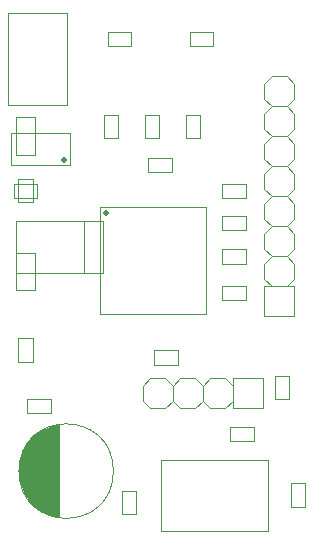
<source format=gm1>
G04*
G04 #@! TF.GenerationSoftware,Altium Limited,Altium Designer,20.0.14 (345)*
G04*
G04 Layer_Color=16711935*
%FSAX44Y44*%
%MOMM*%
G71*
G01*
G75*
%ADD10C,0.1000*%
%ADD11C,0.5000*%
%ADD12C,0.0500*%
G36*
X00330500Y00591000D02*
Y00511000D01*
X00322500Y00513000D01*
X00315000Y00516500D01*
X00309250Y00521000D01*
X00304250Y00526000D01*
X00299750Y00533250D01*
X00297000Y00540000D01*
X00295500Y00547750D01*
X00295750Y00555250D01*
X00297000Y00562250D01*
X00300000Y00569500D01*
X00303500Y00575000D01*
X00308500Y00580500D01*
X00314250Y00584750D01*
X00323250Y00589000D01*
X00330500Y00591000D01*
D02*
G37*
D10*
X00375500Y00551000D02*
G03*
X00375500Y00551000I-00040000J00000000D01*
G01*
X00383000Y00534492D02*
X00395000D01*
X00383000Y00514500D02*
X00395000D01*
Y00534492D01*
X00383000Y00514500D02*
Y00534492D01*
X00286292Y00860589D02*
X00336293D01*
X00286292Y00938589D02*
X00336293D01*
X00286292Y00860589D02*
Y00938589D01*
X00336293Y00860589D02*
Y00938589D01*
X00524445Y00611808D02*
Y00631800D01*
X00512445Y00611808D02*
Y00631800D01*
X00524445D01*
X00512445Y00611808D02*
X00524445D01*
X00424931Y00804011D02*
Y00816011D01*
X00404939Y00804011D02*
Y00816011D01*
Y00804011D02*
X00424931D01*
X00404939Y00816011D02*
X00424931D01*
X00308750Y00819000D02*
Y00851000D01*
X00293250Y00819000D02*
Y00851000D01*
X00308750D01*
X00293250Y00819000D02*
X00308750D01*
X00295000Y00778473D02*
X00307000D01*
X00295000Y00798465D02*
X00307000D01*
X00295000Y00778473D02*
Y00798465D01*
X00307000Y00778473D02*
Y00798465D01*
X00295000Y00643758D02*
X00307000D01*
X00295000Y00663750D02*
X00307000D01*
X00295000Y00643758D02*
Y00663750D01*
X00307000Y00643758D02*
Y00663750D01*
X00302508Y00612000D02*
X00322500D01*
X00302508Y00600000D02*
X00322500D01*
Y00612000D01*
X00302508Y00600000D02*
Y00612000D01*
X00308750Y00703910D02*
Y00735910D01*
X00293250Y00703910D02*
Y00735910D01*
X00308750D01*
X00293250Y00703910D02*
X00308750D01*
X00476700Y00604300D02*
X00502100D01*
X00476700D02*
Y00629700D01*
X00502100Y00604300D02*
Y00629700D01*
X00470350Y00604300D02*
X00476700Y00610650D01*
X00457650Y00604300D02*
X00470350D01*
X00451300Y00610650D02*
X00457650Y00604300D01*
X00451300Y00610650D02*
Y00623350D01*
X00457650Y00629700D01*
X00470350D01*
X00476700Y00623350D01*
Y00629700D02*
X00502100D01*
X00444950D02*
X00451300Y00623350D01*
X00432250Y00629700D02*
X00444950D01*
X00425900Y00623350D02*
X00432250Y00629700D01*
X00425900Y00610650D02*
Y00623350D01*
Y00610650D02*
X00432250Y00604300D01*
X00444950D01*
X00451300Y00610650D01*
X00419550Y00604300D02*
X00425900Y00610650D01*
X00406850Y00604300D02*
X00419550D01*
X00400500Y00610650D02*
X00406850Y00604300D01*
X00400500Y00610650D02*
Y00623350D01*
X00406850Y00629700D01*
X00419550D01*
X00425900Y00623350D01*
X00436696Y00852684D02*
X00448696D01*
X00436696Y00832691D02*
X00448696D01*
X00436696D02*
Y00852684D01*
X00448696Y00832691D02*
Y00852684D01*
X00414027Y00832692D02*
Y00852684D01*
X00402027Y00832692D02*
Y00852684D01*
Y00832692D02*
X00414027D01*
X00402027Y00852684D02*
X00414027D01*
X00379239Y00832692D02*
Y00852684D01*
X00367239Y00832692D02*
Y00852684D01*
Y00832692D02*
X00379239D01*
X00367239Y00852684D02*
X00379239D01*
X00409771Y00641111D02*
Y00653111D01*
X00429763Y00641111D02*
Y00653111D01*
X00409771D02*
X00429763D01*
X00409771Y00641111D02*
X00429763D01*
X00494592Y00576300D02*
Y00588300D01*
X00474600Y00576300D02*
Y00588300D01*
Y00576300D02*
X00494592D01*
X00474600Y00588300D02*
X00494592D01*
X00440042Y00922500D02*
X00460034D01*
X00440042Y00910500D02*
X00460034D01*
X00440042D02*
Y00922500D01*
X00460034Y00910500D02*
Y00922500D01*
X00370797Y00910500D02*
X00390789D01*
X00370797Y00922500D02*
X00390789D01*
Y00910500D02*
Y00922500D01*
X00370797Y00910500D02*
Y00922500D01*
X00538000Y00520508D02*
Y00540500D01*
X00526000Y00520508D02*
Y00540500D01*
X00538000D01*
X00526000Y00520508D02*
X00538000D01*
X00467508Y00794000D02*
X00487500D01*
X00467508Y00782000D02*
X00487500D01*
Y00794000D01*
X00467508Y00782000D02*
Y00794000D01*
X00467508Y00708012D02*
X00487500D01*
X00467508Y00696012D02*
X00487500D01*
Y00708012D01*
X00467508Y00696012D02*
Y00708012D01*
X00363825Y00774212D02*
X00453825D01*
Y00684212D02*
Y00774212D01*
X00363825Y00684212D02*
X00453825D01*
X00363825D02*
Y00774212D01*
X00467508Y00766718D02*
X00487500D01*
X00467508Y00754718D02*
X00487500D01*
Y00766718D01*
X00467508Y00754718D02*
Y00766718D01*
X00467508Y00738689D02*
X00487500D01*
X00467508Y00726689D02*
X00487500D01*
Y00738689D01*
X00467508Y00726689D02*
Y00738689D01*
X00291033Y00782000D02*
Y00794000D01*
X00311025Y00782000D02*
Y00794000D01*
X00291033Y00782000D02*
X00311025D01*
X00291033Y00794000D02*
X00311025D01*
X00367024Y00718658D02*
Y00763158D01*
X00293020Y00718658D02*
Y00763158D01*
X00350275Y00718657D02*
Y00763157D01*
X00293020Y00718658D02*
X00367024D01*
X00293020Y00763158D02*
X00367024D01*
X00289025Y00810274D02*
X00339025D01*
Y00837274D01*
X00289025D02*
X00339025D01*
X00289025Y00810274D02*
Y00837274D01*
X00503300Y00840650D02*
X00509650Y00834300D01*
X00503300Y00840650D02*
Y00853350D01*
X00509650Y00859700D01*
X00522350D01*
X00528700Y00853350D01*
Y00840650D02*
Y00853350D01*
X00522350Y00834300D02*
X00528700Y00840650D01*
X00503300Y00789850D02*
X00509650Y00783500D01*
X00503300Y00789850D02*
Y00802550D01*
X00509650Y00808900D01*
X00522350D01*
X00528700Y00802550D01*
Y00789850D02*
Y00802550D01*
X00522350Y00783500D02*
X00528700Y00789850D01*
X00522350Y00758100D02*
X00528700Y00764450D01*
Y00777150D01*
X00522350Y00783500D02*
X00528700Y00777150D01*
X00509650Y00783500D02*
X00522350D01*
X00503300Y00777150D02*
X00509650Y00783500D01*
X00503300Y00764450D02*
Y00777150D01*
Y00764450D02*
X00509650Y00758100D01*
X00503300Y00739050D02*
X00509650Y00732700D01*
X00503300Y00739050D02*
Y00751750D01*
X00509650Y00758100D01*
X00522350D01*
X00528700Y00751750D01*
Y00739050D02*
Y00751750D01*
X00522350Y00732700D02*
X00528700Y00739050D01*
Y00681900D02*
Y00707300D01*
X00522350D02*
X00528700Y00713650D01*
Y00726350D01*
X00522350Y00732700D02*
X00528700Y00726350D01*
X00509650Y00732700D02*
X00522350D01*
X00503300Y00726350D02*
X00509650Y00732700D01*
X00503300Y00713650D02*
Y00726350D01*
Y00713650D02*
X00509650Y00707300D01*
X00503300Y00681900D02*
X00528700D01*
X00503300Y00707300D02*
X00528700D01*
X00503300Y00681900D02*
Y00707300D01*
X00522350Y00808900D02*
X00528700Y00815250D01*
Y00827950D01*
X00522350Y00834300D02*
X00528700Y00827950D01*
X00509650Y00834300D02*
X00522350D01*
X00503300Y00827950D02*
X00509650Y00834300D01*
X00503300Y00815250D02*
Y00827950D01*
Y00815250D02*
X00509650Y00808900D01*
X00522350Y00859700D02*
X00528700Y00866050D01*
Y00878750D01*
X00522350Y00885100D02*
X00528700Y00878750D01*
X00509650Y00885100D02*
X00522350D01*
X00503300Y00878750D02*
X00509650Y00885100D01*
X00503300Y00866050D02*
Y00878750D01*
Y00866050D02*
X00509650Y00859700D01*
D11*
X00368826Y00769212D02*
D03*
X00334025Y00814776D02*
D03*
D12*
X00415999Y00500499D02*
X00505999D01*
X00415999D02*
Y00560499D01*
X00505999D01*
Y00500499D02*
Y00560499D01*
M02*

</source>
